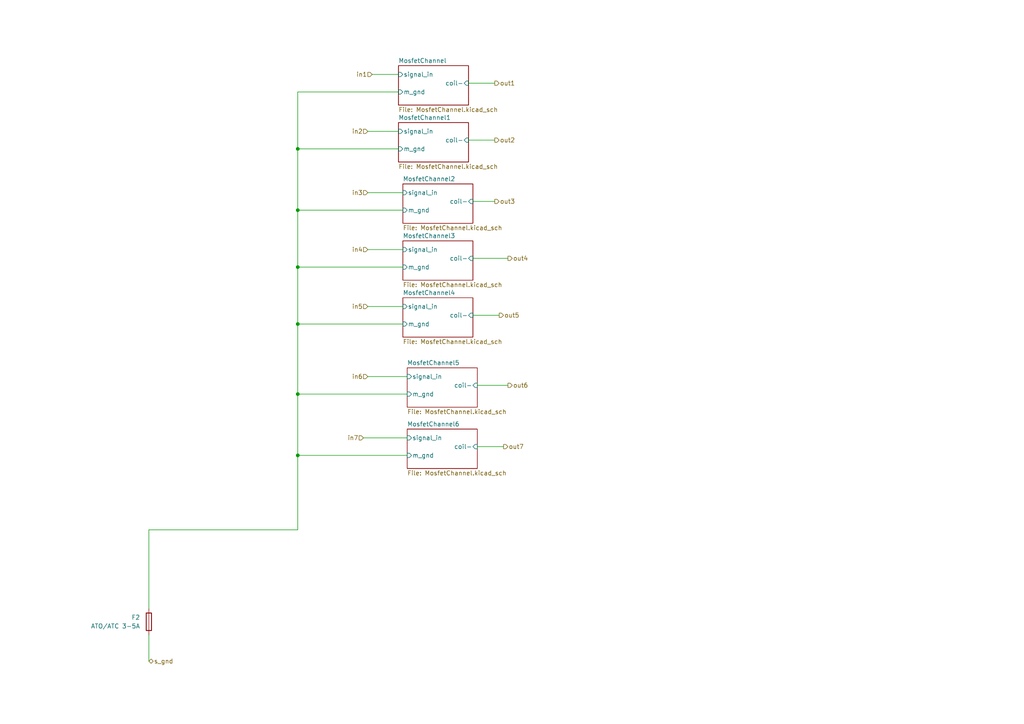
<source format=kicad_sch>
(kicad_sch
	(version 20250114)
	(generator "eeschema")
	(generator_version "9.0")
	(uuid "7d09ee16-0120-4fd2-8096-6eec36f3e9d4")
	(paper "A4")
	(lib_symbols
		(symbol "Device:Fuse"
			(pin_numbers
				(hide yes)
			)
			(pin_names
				(offset 0)
			)
			(exclude_from_sim no)
			(in_bom yes)
			(on_board yes)
			(property "Reference" "F"
				(at 2.032 0 90)
				(effects
					(font
						(size 1.27 1.27)
					)
				)
			)
			(property "Value" "Fuse"
				(at -1.905 0 90)
				(effects
					(font
						(size 1.27 1.27)
					)
				)
			)
			(property "Footprint" ""
				(at -1.778 0 90)
				(effects
					(font
						(size 1.27 1.27)
					)
					(hide yes)
				)
			)
			(property "Datasheet" "~"
				(at 0 0 0)
				(effects
					(font
						(size 1.27 1.27)
					)
					(hide yes)
				)
			)
			(property "Description" "Fuse"
				(at 0 0 0)
				(effects
					(font
						(size 1.27 1.27)
					)
					(hide yes)
				)
			)
			(property "ki_keywords" "fuse"
				(at 0 0 0)
				(effects
					(font
						(size 1.27 1.27)
					)
					(hide yes)
				)
			)
			(property "ki_fp_filters" "*Fuse*"
				(at 0 0 0)
				(effects
					(font
						(size 1.27 1.27)
					)
					(hide yes)
				)
			)
			(symbol "Fuse_0_1"
				(rectangle
					(start -0.762 -2.54)
					(end 0.762 2.54)
					(stroke
						(width 0.254)
						(type default)
					)
					(fill
						(type none)
					)
				)
				(polyline
					(pts
						(xy 0 2.54) (xy 0 -2.54)
					)
					(stroke
						(width 0)
						(type default)
					)
					(fill
						(type none)
					)
				)
			)
			(symbol "Fuse_1_1"
				(pin passive line
					(at 0 3.81 270)
					(length 1.27)
					(name "~"
						(effects
							(font
								(size 1.27 1.27)
							)
						)
					)
					(number "1"
						(effects
							(font
								(size 1.27 1.27)
							)
						)
					)
				)
				(pin passive line
					(at 0 -3.81 90)
					(length 1.27)
					(name "~"
						(effects
							(font
								(size 1.27 1.27)
							)
						)
					)
					(number "2"
						(effects
							(font
								(size 1.27 1.27)
							)
						)
					)
				)
			)
			(embedded_fonts no)
		)
	)
	(junction
		(at 86.36 132.08)
		(diameter 0)
		(color 0 0 0 0)
		(uuid "45c35935-a1e5-4423-bdcc-e39457ad9b0f")
	)
	(junction
		(at 86.36 60.96)
		(diameter 0)
		(color 0 0 0 0)
		(uuid "48143828-cbd1-4ab6-9ef1-974440742f01")
	)
	(junction
		(at 86.36 93.98)
		(diameter 0)
		(color 0 0 0 0)
		(uuid "4c7d6808-e0ed-4165-91a5-02d6490faef9")
	)
	(junction
		(at 86.36 77.47)
		(diameter 0)
		(color 0 0 0 0)
		(uuid "5cab04dc-ed24-48f6-a2ec-ff50bcdd5cd4")
	)
	(junction
		(at 86.36 114.3)
		(diameter 0)
		(color 0 0 0 0)
		(uuid "8add2a8b-89dc-4c93-a5e3-7ee8847c9060")
	)
	(junction
		(at 86.36 43.18)
		(diameter 0)
		(color 0 0 0 0)
		(uuid "a99ad448-a032-45cd-99a1-7c9dab89b52b")
	)
	(wire
		(pts
			(xy 135.89 40.64) (xy 143.51 40.64)
		)
		(stroke
			(width 0)
			(type default)
		)
		(uuid "0377bb14-8c14-4147-8688-78a411518a3c")
	)
	(wire
		(pts
			(xy 106.68 55.88) (xy 116.84 55.88)
		)
		(stroke
			(width 0)
			(type default)
		)
		(uuid "083d2dae-6f6b-48bf-aacb-e72011e88e1a")
	)
	(wire
		(pts
			(xy 86.36 132.08) (xy 86.36 153.67)
		)
		(stroke
			(width 0)
			(type default)
		)
		(uuid "08f96ba3-c6b4-42da-bee1-9021b32cb9a4")
	)
	(wire
		(pts
			(xy 86.36 132.08) (xy 118.11 132.08)
		)
		(stroke
			(width 0)
			(type default)
		)
		(uuid "12bdc428-6ea4-4c1d-ac86-6c79a5f94785")
	)
	(wire
		(pts
			(xy 106.68 72.39) (xy 116.84 72.39)
		)
		(stroke
			(width 0)
			(type default)
		)
		(uuid "1a9356e0-f70b-4fe5-a8c0-a38cde630309")
	)
	(wire
		(pts
			(xy 43.18 184.15) (xy 43.18 191.77)
		)
		(stroke
			(width 0)
			(type default)
		)
		(uuid "26aa7fa0-17f9-4eeb-8f4f-35a853032763")
	)
	(wire
		(pts
			(xy 86.36 77.47) (xy 116.84 77.47)
		)
		(stroke
			(width 0)
			(type default)
		)
		(uuid "28753976-7dbe-4b5c-8e53-f6bbfbfdca0e")
	)
	(wire
		(pts
			(xy 86.36 114.3) (xy 118.11 114.3)
		)
		(stroke
			(width 0)
			(type default)
		)
		(uuid "30b2a4ae-6b56-4b4f-9223-f99951322ec1")
	)
	(wire
		(pts
			(xy 147.32 111.76) (xy 138.43 111.76)
		)
		(stroke
			(width 0)
			(type default)
		)
		(uuid "3f205a3d-7b95-41fc-a1b3-b60652fcac16")
	)
	(wire
		(pts
			(xy 86.36 93.98) (xy 86.36 114.3)
		)
		(stroke
			(width 0)
			(type default)
		)
		(uuid "655bff5b-b378-42a5-8963-1ff7234f71af")
	)
	(wire
		(pts
			(xy 106.68 38.1) (xy 115.57 38.1)
		)
		(stroke
			(width 0)
			(type default)
		)
		(uuid "8059d46d-c03d-41ee-9c34-f588da4cf1fa")
	)
	(wire
		(pts
			(xy 43.18 153.67) (xy 43.18 176.53)
		)
		(stroke
			(width 0)
			(type default)
		)
		(uuid "819cda58-c808-4503-a482-61a1497bf604")
	)
	(wire
		(pts
			(xy 106.68 109.22) (xy 118.11 109.22)
		)
		(stroke
			(width 0)
			(type default)
		)
		(uuid "85c643a7-d48a-4406-bffc-48a08fe0e8db")
	)
	(wire
		(pts
			(xy 107.95 21.59) (xy 115.57 21.59)
		)
		(stroke
			(width 0)
			(type default)
		)
		(uuid "9d1ab8df-c613-403c-afe0-647c4f08ae84")
	)
	(wire
		(pts
			(xy 106.68 88.9) (xy 116.84 88.9)
		)
		(stroke
			(width 0)
			(type default)
		)
		(uuid "af36a306-ceed-46d9-8103-6435d7e3306e")
	)
	(wire
		(pts
			(xy 115.57 26.67) (xy 86.36 26.67)
		)
		(stroke
			(width 0)
			(type default)
		)
		(uuid "b04ae753-8aa0-4190-93e9-625b156376d5")
	)
	(wire
		(pts
			(xy 86.36 93.98) (xy 116.84 93.98)
		)
		(stroke
			(width 0)
			(type default)
		)
		(uuid "b54d732e-8425-43d0-9db6-f61f33d2d49f")
	)
	(wire
		(pts
			(xy 143.51 24.13) (xy 135.89 24.13)
		)
		(stroke
			(width 0)
			(type default)
		)
		(uuid "b55f6538-21cd-46e3-b0ae-ecc5703d1470")
	)
	(wire
		(pts
			(xy 86.36 60.96) (xy 86.36 77.47)
		)
		(stroke
			(width 0)
			(type default)
		)
		(uuid "b626fc95-a7ca-462c-a4a0-d9122d564d75")
	)
	(wire
		(pts
			(xy 147.32 74.93) (xy 137.16 74.93)
		)
		(stroke
			(width 0)
			(type default)
		)
		(uuid "b6f4b1c1-60b8-4806-80b9-c072930d6c73")
	)
	(wire
		(pts
			(xy 105.41 127) (xy 118.11 127)
		)
		(stroke
			(width 0)
			(type default)
		)
		(uuid "ccf865cd-2d02-4489-9037-639c55c71534")
	)
	(wire
		(pts
			(xy 86.36 60.96) (xy 116.84 60.96)
		)
		(stroke
			(width 0)
			(type default)
		)
		(uuid "cdbd58dc-dbcf-4adc-ac1d-5b9c8aa133ca")
	)
	(wire
		(pts
			(xy 43.18 153.67) (xy 86.36 153.67)
		)
		(stroke
			(width 0)
			(type default)
		)
		(uuid "d0818e16-6e07-4da5-9247-d2d840c9c0c4")
	)
	(wire
		(pts
			(xy 86.36 43.18) (xy 86.36 60.96)
		)
		(stroke
			(width 0)
			(type default)
		)
		(uuid "d387fbab-b13b-4191-b44d-cf439307dbf2")
	)
	(wire
		(pts
			(xy 86.36 26.67) (xy 86.36 43.18)
		)
		(stroke
			(width 0)
			(type default)
		)
		(uuid "dd013be6-e437-4597-9cea-3d9a86f58808")
	)
	(wire
		(pts
			(xy 146.05 129.54) (xy 138.43 129.54)
		)
		(stroke
			(width 0)
			(type default)
		)
		(uuid "e2c04be1-cf16-4055-926e-fc3a18342a16")
	)
	(wire
		(pts
			(xy 143.51 58.42) (xy 137.16 58.42)
		)
		(stroke
			(width 0)
			(type default)
		)
		(uuid "e80bb033-4333-4d07-b631-0ab96f1a8881")
	)
	(wire
		(pts
			(xy 86.36 114.3) (xy 86.36 132.08)
		)
		(stroke
			(width 0)
			(type default)
		)
		(uuid "ebd69894-85b1-4c21-b773-8cf2a64c5899")
	)
	(wire
		(pts
			(xy 86.36 77.47) (xy 86.36 93.98)
		)
		(stroke
			(width 0)
			(type default)
		)
		(uuid "eebfae0a-1704-4c1d-8c56-ab900189b786")
	)
	(wire
		(pts
			(xy 86.36 43.18) (xy 115.57 43.18)
		)
		(stroke
			(width 0)
			(type default)
		)
		(uuid "f63133e0-d91d-4e08-8ca9-97f16f235038")
	)
	(wire
		(pts
			(xy 144.78 91.44) (xy 137.16 91.44)
		)
		(stroke
			(width 0)
			(type default)
		)
		(uuid "ffd39b32-8ff4-4855-9ce4-14a52b12635a")
	)
	(hierarchical_label "in1"
		(shape input)
		(at 107.95 21.59 180)
		(effects
			(font
				(size 1.27 1.27)
			)
			(justify right)
		)
		(uuid "0c51880d-3684-4718-a452-07910ef13985")
	)
	(hierarchical_label "in6"
		(shape input)
		(at 106.68 109.22 180)
		(effects
			(font
				(size 1.27 1.27)
			)
			(justify right)
		)
		(uuid "0e85b997-3dbf-4e19-9c38-95a3f5d5a582")
	)
	(hierarchical_label "out6"
		(shape output)
		(at 147.32 111.76 0)
		(effects
			(font
				(size 1.27 1.27)
			)
			(justify left)
		)
		(uuid "1732951f-06b5-4dc8-bf28-abcb68d987b2")
	)
	(hierarchical_label "out4"
		(shape output)
		(at 147.32 74.93 0)
		(effects
			(font
				(size 1.27 1.27)
			)
			(justify left)
		)
		(uuid "265f4545-8fbf-4547-9dd2-094ac2769a95")
	)
	(hierarchical_label "out2"
		(shape output)
		(at 143.51 40.64 0)
		(effects
			(font
				(size 1.27 1.27)
			)
			(justify left)
		)
		(uuid "303ef7f7-fe4a-40b0-85aa-0817d7ae66e0")
	)
	(hierarchical_label "out1"
		(shape output)
		(at 143.51 24.13 0)
		(effects
			(font
				(size 1.27 1.27)
			)
			(justify left)
		)
		(uuid "4a023f97-ccda-4f05-a2d5-88493e099eb0")
	)
	(hierarchical_label "in7"
		(shape input)
		(at 105.41 127 180)
		(effects
			(font
				(size 1.27 1.27)
			)
			(justify right)
		)
		(uuid "525cafca-2de5-4711-b7a9-1474d5a2b72e")
	)
	(hierarchical_label "out5"
		(shape output)
		(at 144.78 91.44 0)
		(effects
			(font
				(size 1.27 1.27)
			)
			(justify left)
		)
		(uuid "5bd71697-afd6-480b-b2ea-25ba4cd4afb5")
	)
	(hierarchical_label "in2"
		(shape input)
		(at 106.68 38.1 180)
		(effects
			(font
				(size 1.27 1.27)
			)
			(justify right)
		)
		(uuid "658cdae3-4880-4793-b23a-4051932033ee")
	)
	(hierarchical_label "out7"
		(shape output)
		(at 146.05 129.54 0)
		(effects
			(font
				(size 1.27 1.27)
			)
			(justify left)
		)
		(uuid "76974b70-2d87-4315-99f5-2687396dc835")
	)
	(hierarchical_label "out3"
		(shape output)
		(at 143.51 58.42 0)
		(effects
			(font
				(size 1.27 1.27)
			)
			(justify left)
		)
		(uuid "89692da3-1a16-42c2-bac9-4f252a0d0620")
	)
	(hierarchical_label "s_gnd"
		(shape bidirectional)
		(at 43.18 191.77 0)
		(effects
			(font
				(size 1.27 1.27)
			)
			(justify left)
		)
		(uuid "c31de00a-e0af-40b9-8340-fdc271a6e783")
	)
	(hierarchical_label "in5"
		(shape input)
		(at 106.68 88.9 180)
		(effects
			(font
				(size 1.27 1.27)
			)
			(justify right)
		)
		(uuid "c83f6024-9f87-412d-b34d-6b0551e212fa")
	)
	(hierarchical_label "in4"
		(shape input)
		(at 106.68 72.39 180)
		(effects
			(font
				(size 1.27 1.27)
			)
			(justify right)
		)
		(uuid "c84e776b-8b54-4d0c-bf75-e052ca55bd75")
	)
	(hierarchical_label "in3"
		(shape input)
		(at 106.68 55.88 180)
		(effects
			(font
				(size 1.27 1.27)
			)
			(justify right)
		)
		(uuid "ebc2fecc-7ca6-438c-8db6-2f5935224391")
	)
	(symbol
		(lib_id "Device:Fuse")
		(at 43.18 180.34 0)
		(mirror y)
		(unit 1)
		(exclude_from_sim no)
		(in_bom yes)
		(on_board yes)
		(dnp no)
		(fields_autoplaced yes)
		(uuid "6b66efbc-7032-466c-bb4e-8cf3f5650d7d")
		(property "Reference" "F1"
			(at 40.64 179.0699 0)
			(effects
				(font
					(size 1.27 1.27)
				)
				(justify left)
			)
		)
		(property "Value" "ATO/ATC 3-5A"
			(at 40.64 181.6099 0)
			(effects
				(font
					(size 1.27 1.27)
				)
				(justify left)
			)
		)
		(property "Footprint" "Fuse:Fuseholder_Blade_Mini_Keystone_3568"
			(at 44.958 180.34 90)
			(effects
				(font
					(size 1.27 1.27)
				)
				(hide yes)
			)
		)
		(property "Datasheet" "~"
			(at 43.18 180.34 0)
			(effects
				(font
					(size 1.27 1.27)
				)
				(hide yes)
			)
		)
		(property "Description" "Fuse"
			(at 43.18 180.34 0)
			(effects
				(font
					(size 1.27 1.27)
				)
				(hide yes)
			)
		)
		(pin "1"
			(uuid "703430be-3711-4c58-8720-7975c7931331")
		)
		(pin "2"
			(uuid "0abeeaff-c772-47b4-adbe-70ec5cb3cb6c")
		)
		(instances
			(project "OrganMosfetArrayChimes"
				(path "/c071c3dc-fcf2-4a9c-93d2-4680c1b7cb2f/31f75950-795d-40dc-bc33-6631f724321e"
					(reference "F2")
					(unit 1)
				)
				(path "/c071c3dc-fcf2-4a9c-93d2-4680c1b7cb2f/e22a4441-0d33-4f2f-83cb-9fe00a47eee4"
					(reference "F3")
					(unit 1)
				)
				(path "/c071c3dc-fcf2-4a9c-93d2-4680c1b7cb2f/f64a8887-2d1c-460e-83fc-b11b584f1002"
					(reference "F1")
					(unit 1)
				)
			)
		)
	)
	(sheet
		(at 116.84 69.85)
		(size 20.32 11.43)
		(exclude_from_sim no)
		(in_bom yes)
		(on_board yes)
		(dnp no)
		(fields_autoplaced yes)
		(stroke
			(width 0.1524)
			(type solid)
		)
		(fill
			(color 0 0 0 0.0000)
		)
		(uuid "2757642a-9874-44c7-8a91-6dd5f3cebc45")
		(property "Sheetname" "MosfetChannel3"
			(at 116.84 69.1384 0)
			(effects
				(font
					(size 1.27 1.27)
				)
				(justify left bottom)
			)
		)
		(property "Sheetfile" "MosfetChannel.kicad_sch"
			(at 116.84 81.8646 0)
			(effects
				(font
					(size 1.27 1.27)
				)
				(justify left top)
			)
		)
		(pin "coil-" input
			(at 137.16 74.93 0)
			(uuid "37318281-51b0-4944-b1c4-86c3dec38641")
			(effects
				(font
					(size 1.27 1.27)
				)
				(justify right)
			)
		)
		(pin "m_gnd" input
			(at 116.84 77.47 180)
			(uuid "51050909-bc3a-4bbe-96c2-0e560c024042")
			(effects
				(font
					(size 1.27 1.27)
				)
				(justify left)
			)
		)
		(pin "signal_in" input
			(at 116.84 72.39 180)
			(uuid "453166c0-842e-4c87-9996-2ac745a311af")
			(effects
				(font
					(size 1.27 1.27)
				)
				(justify left)
			)
		)
		(instances
			(project "OrganMosfetArrayChimes"
				(path "/c071c3dc-fcf2-4a9c-93d2-4680c1b7cb2f/f64a8887-2d1c-460e-83fc-b11b584f1002"
					(page "6")
				)
				(path "/c071c3dc-fcf2-4a9c-93d2-4680c1b7cb2f/31f75950-795d-40dc-bc33-6631f724321e"
					(page "11")
				)
				(path "/c071c3dc-fcf2-4a9c-93d2-4680c1b7cb2f/e22a4441-0d33-4f2f-83cb-9fe00a47eee4"
					(page "19")
				)
			)
		)
	)
	(sheet
		(at 118.11 124.46)
		(size 20.32 11.43)
		(exclude_from_sim no)
		(in_bom yes)
		(on_board yes)
		(dnp no)
		(fields_autoplaced yes)
		(stroke
			(width 0.1524)
			(type solid)
		)
		(fill
			(color 0 0 0 0.0000)
		)
		(uuid "2df45482-3a6a-4105-a4e0-7cfb289f4e5e")
		(property "Sheetname" "MosfetChannel6"
			(at 118.11 123.7484 0)
			(effects
				(font
					(size 1.27 1.27)
				)
				(justify left bottom)
			)
		)
		(property "Sheetfile" "MosfetChannel.kicad_sch"
			(at 118.11 136.4746 0)
			(effects
				(font
					(size 1.27 1.27)
				)
				(justify left top)
			)
		)
		(pin "coil-" input
			(at 138.43 129.54 0)
			(uuid "668b4d17-0788-4878-8196-4fd70e79a4dc")
			(effects
				(font
					(size 1.27 1.27)
				)
				(justify right)
			)
		)
		(pin "m_gnd" input
			(at 118.11 132.08 180)
			(uuid "8fdc3884-e03a-416b-be51-1b1017684312")
			(effects
				(font
					(size 1.27 1.27)
				)
				(justify left)
			)
		)
		(pin "signal_in" input
			(at 118.11 127 180)
			(uuid "38814575-7c6d-4214-869f-e80ae6fa4528")
			(effects
				(font
					(size 1.27 1.27)
				)
				(justify left)
			)
		)
		(instances
			(project "OrganMosfetArrayChimes"
				(path "/c071c3dc-fcf2-4a9c-93d2-4680c1b7cb2f/f64a8887-2d1c-460e-83fc-b11b584f1002"
					(page "9")
				)
				(path "/c071c3dc-fcf2-4a9c-93d2-4680c1b7cb2f/31f75950-795d-40dc-bc33-6631f724321e"
					(page "17")
				)
				(path "/c071c3dc-fcf2-4a9c-93d2-4680c1b7cb2f/e22a4441-0d33-4f2f-83cb-9fe00a47eee4"
					(page "25")
				)
			)
		)
	)
	(sheet
		(at 116.84 86.36)
		(size 20.32 11.43)
		(exclude_from_sim no)
		(in_bom yes)
		(on_board yes)
		(dnp no)
		(fields_autoplaced yes)
		(stroke
			(width 0.1524)
			(type solid)
		)
		(fill
			(color 0 0 0 0.0000)
		)
		(uuid "34acf12b-64f9-4830-aa39-17b8417eae0f")
		(property "Sheetname" "MosfetChannel4"
			(at 116.84 85.6484 0)
			(effects
				(font
					(size 1.27 1.27)
				)
				(justify left bottom)
			)
		)
		(property "Sheetfile" "MosfetChannel.kicad_sch"
			(at 116.84 98.3746 0)
			(effects
				(font
					(size 1.27 1.27)
				)
				(justify left top)
			)
		)
		(pin "coil-" input
			(at 137.16 91.44 0)
			(uuid "e3b3ee88-af14-47d9-bdc9-c08fcfa2689b")
			(effects
				(font
					(size 1.27 1.27)
				)
				(justify right)
			)
		)
		(pin "m_gnd" input
			(at 116.84 93.98 180)
			(uuid "7b63a770-defe-4548-884c-9815be3ce05b")
			(effects
				(font
					(size 1.27 1.27)
				)
				(justify left)
			)
		)
		(pin "signal_in" input
			(at 116.84 88.9 180)
			(uuid "f9a26648-6d70-4e5a-bcca-0ce6e771fe0b")
			(effects
				(font
					(size 1.27 1.27)
				)
				(justify left)
			)
		)
		(instances
			(project "OrganMosfetArrayChimes"
				(path "/c071c3dc-fcf2-4a9c-93d2-4680c1b7cb2f/f64a8887-2d1c-460e-83fc-b11b584f1002"
					(page "7")
				)
				(path "/c071c3dc-fcf2-4a9c-93d2-4680c1b7cb2f/31f75950-795d-40dc-bc33-6631f724321e"
					(page "15")
				)
				(path "/c071c3dc-fcf2-4a9c-93d2-4680c1b7cb2f/e22a4441-0d33-4f2f-83cb-9fe00a47eee4"
					(page "23")
				)
			)
		)
	)
	(sheet
		(at 115.57 35.56)
		(size 20.32 11.43)
		(exclude_from_sim no)
		(in_bom yes)
		(on_board yes)
		(dnp no)
		(fields_autoplaced yes)
		(stroke
			(width 0.1524)
			(type solid)
		)
		(fill
			(color 0 0 0 0.0000)
		)
		(uuid "4108d403-570b-4072-ac08-e659d9ddcc7e")
		(property "Sheetname" "MosfetChannel1"
			(at 115.57 34.8484 0)
			(effects
				(font
					(size 1.27 1.27)
				)
				(justify left bottom)
			)
		)
		(property "Sheetfile" "MosfetChannel.kicad_sch"
			(at 115.57 47.5746 0)
			(effects
				(font
					(size 1.27 1.27)
				)
				(justify left top)
			)
		)
		(pin "coil-" input
			(at 135.89 40.64 0)
			(uuid "fedb66b7-dce7-4635-acd9-ffd2889507d9")
			(effects
				(font
					(size 1.27 1.27)
				)
				(justify right)
			)
		)
		(pin "m_gnd" input
			(at 115.57 43.18 180)
			(uuid "a62cfac6-6a69-40eb-98a7-252f3ea2b035")
			(effects
				(font
					(size 1.27 1.27)
				)
				(justify left)
			)
		)
		(pin "signal_in" input
			(at 115.57 38.1 180)
			(uuid "832cf240-3833-4c57-833b-d40f6b86e774")
			(effects
				(font
					(size 1.27 1.27)
				)
				(justify left)
			)
		)
		(instances
			(project "OrganMosfetArrayChimes"
				(path "/c071c3dc-fcf2-4a9c-93d2-4680c1b7cb2f/f64a8887-2d1c-460e-83fc-b11b584f1002"
					(page "4")
				)
				(path "/c071c3dc-fcf2-4a9c-93d2-4680c1b7cb2f/31f75950-795d-40dc-bc33-6631f724321e"
					(page "13")
				)
				(path "/c071c3dc-fcf2-4a9c-93d2-4680c1b7cb2f/e22a4441-0d33-4f2f-83cb-9fe00a47eee4"
					(page "21")
				)
			)
		)
	)
	(sheet
		(at 118.11 106.68)
		(size 20.32 11.43)
		(exclude_from_sim no)
		(in_bom yes)
		(on_board yes)
		(dnp no)
		(fields_autoplaced yes)
		(stroke
			(width 0.1524)
			(type solid)
		)
		(fill
			(color 0 0 0 0.0000)
		)
		(uuid "55bec648-47f0-4c25-9685-db7c048028a6")
		(property "Sheetname" "MosfetChannel5"
			(at 118.11 105.9684 0)
			(effects
				(font
					(size 1.27 1.27)
				)
				(justify left bottom)
			)
		)
		(property "Sheetfile" "MosfetChannel.kicad_sch"
			(at 118.11 118.6946 0)
			(effects
				(font
					(size 1.27 1.27)
				)
				(justify left top)
			)
		)
		(pin "coil-" input
			(at 138.43 111.76 0)
			(uuid "c0dfd326-88a9-446d-b567-9a5fa00c87d8")
			(effects
				(font
					(size 1.27 1.27)
				)
				(justify right)
			)
		)
		(pin "m_gnd" input
			(at 118.11 114.3 180)
			(uuid "29dd1289-4b89-4b59-92fa-eebda4a734b1")
			(effects
				(font
					(size 1.27 1.27)
				)
				(justify left)
			)
		)
		(pin "signal_in" input
			(at 118.11 109.22 180)
			(uuid "641b9140-e607-4e2b-97e6-bfc6868a64c1")
			(effects
				(font
					(size 1.27 1.27)
				)
				(justify left)
			)
		)
		(instances
			(project "OrganMosfetArrayChimes"
				(path "/c071c3dc-fcf2-4a9c-93d2-4680c1b7cb2f/f64a8887-2d1c-460e-83fc-b11b584f1002"
					(page "8")
				)
				(path "/c071c3dc-fcf2-4a9c-93d2-4680c1b7cb2f/31f75950-795d-40dc-bc33-6631f724321e"
					(page "16")
				)
				(path "/c071c3dc-fcf2-4a9c-93d2-4680c1b7cb2f/e22a4441-0d33-4f2f-83cb-9fe00a47eee4"
					(page "24")
				)
			)
		)
	)
	(sheet
		(at 115.57 19.05)
		(size 20.32 11.43)
		(exclude_from_sim no)
		(in_bom yes)
		(on_board yes)
		(dnp no)
		(fields_autoplaced yes)
		(stroke
			(width 0.1524)
			(type solid)
		)
		(fill
			(color 0 0 0 0.0000)
		)
		(uuid "71239b42-179d-46b4-a801-a021e56162c0")
		(property "Sheetname" "MosfetChannel"
			(at 115.57 18.3384 0)
			(effects
				(font
					(size 1.27 1.27)
				)
				(justify left bottom)
			)
		)
		(property "Sheetfile" "MosfetChannel.kicad_sch"
			(at 115.57 31.0646 0)
			(effects
				(font
					(size 1.27 1.27)
				)
				(justify left top)
			)
		)
		(pin "coil-" input
			(at 135.89 24.13 0)
			(uuid "d6e8896c-18fd-4deb-83a7-27cbd842d764")
			(effects
				(font
					(size 1.27 1.27)
				)
				(justify right)
			)
		)
		(pin "m_gnd" input
			(at 115.57 26.67 180)
			(uuid "f4703e69-8e44-4e2b-a935-5ac90e48fa89")
			(effects
				(font
					(size 1.27 1.27)
				)
				(justify left)
			)
		)
		(pin "signal_in" input
			(at 115.57 21.59 180)
			(uuid "230d09b2-595e-450d-acc8-d7989b5af333")
			(effects
				(font
					(size 1.27 1.27)
				)
				(justify left)
			)
		)
		(instances
			(project "OrganMosfetArrayChimes"
				(path "/c071c3dc-fcf2-4a9c-93d2-4680c1b7cb2f/f64a8887-2d1c-460e-83fc-b11b584f1002"
					(page "3")
				)
				(path "/c071c3dc-fcf2-4a9c-93d2-4680c1b7cb2f/31f75950-795d-40dc-bc33-6631f724321e"
					(page "14")
				)
				(path "/c071c3dc-fcf2-4a9c-93d2-4680c1b7cb2f/e22a4441-0d33-4f2f-83cb-9fe00a47eee4"
					(page "22")
				)
			)
		)
	)
	(sheet
		(at 116.84 53.34)
		(size 20.32 11.43)
		(exclude_from_sim no)
		(in_bom yes)
		(on_board yes)
		(dnp no)
		(fields_autoplaced yes)
		(stroke
			(width 0.1524)
			(type solid)
		)
		(fill
			(color 0 0 0 0.0000)
		)
		(uuid "8f80ddd8-ec64-4254-a0be-6525ccba39bb")
		(property "Sheetname" "MosfetChannel2"
			(at 116.84 52.6284 0)
			(effects
				(font
					(size 1.27 1.27)
				)
				(justify left bottom)
			)
		)
		(property "Sheetfile" "MosfetChannel.kicad_sch"
			(at 116.84 65.3546 0)
			(effects
				(font
					(size 1.27 1.27)
				)
				(justify left top)
			)
		)
		(pin "coil-" input
			(at 137.16 58.42 0)
			(uuid "6819458f-fe63-4c4c-817c-a6f0035a6a8b")
			(effects
				(font
					(size 1.27 1.27)
				)
				(justify right)
			)
		)
		(pin "m_gnd" input
			(at 116.84 60.96 180)
			(uuid "0301bc38-e232-4f4b-96ca-b03e008c7353")
			(effects
				(font
					(size 1.27 1.27)
				)
				(justify left)
			)
		)
		(pin "signal_in" input
			(at 116.84 55.88 180)
			(uuid "cf9c1366-618d-4596-ac46-3b22bb63c7f3")
			(effects
				(font
					(size 1.27 1.27)
				)
				(justify left)
			)
		)
		(instances
			(project "OrganMosfetArrayChimes"
				(path "/c071c3dc-fcf2-4a9c-93d2-4680c1b7cb2f/f64a8887-2d1c-460e-83fc-b11b584f1002"
					(page "5")
				)
				(path "/c071c3dc-fcf2-4a9c-93d2-4680c1b7cb2f/31f75950-795d-40dc-bc33-6631f724321e"
					(page "12")
				)
				(path "/c071c3dc-fcf2-4a9c-93d2-4680c1b7cb2f/e22a4441-0d33-4f2f-83cb-9fe00a47eee4"
					(page "20")
				)
			)
		)
	)
)

</source>
